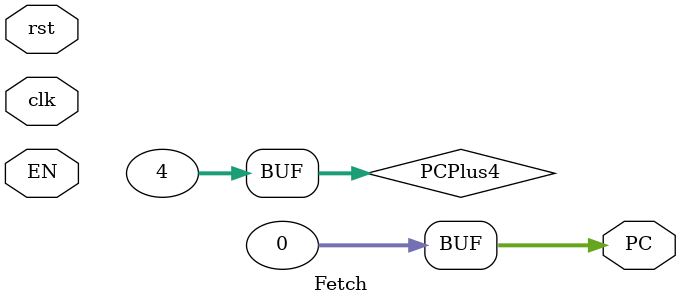
<source format=sv>
module Fetch (
		input logic clk, rst, EN, 
		output logic [31:0] PC
);

logic [31:0] PCPlus4;

initial 
PC = 32'b0;

n_bit_register #(32) pc_reg(clk, rst, PCPlus4, EN, PC);   			//PC register

assign PCPlus4 = PC+ 18'd4;                                  			//PCPLUS4

endmodule
</source>
